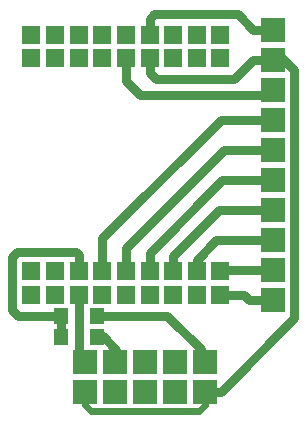
<source format=gtl>
G04 Layer_Physical_Order=1*
G04 Layer_Color=255*
%FSLAX44Y44*%
%MOMM*%
G71*
G01*
G75*
%ADD10R,1.2000X1.4000*%
%ADD11C,0.8000*%
%ADD12C,0.2540*%
%ADD13C,0.6000*%
%ADD14R,1.6000X1.6000*%
%ADD15R,2.0000X2.0000*%
D10*
X818690Y744000D02*
D03*
X788210D02*
D03*
X818690Y726000D02*
D03*
X788210D02*
D03*
D11*
X863450Y981870D02*
Y995450D01*
X867000Y999000D01*
X863450Y949550D02*
Y961870D01*
X951400Y960400D02*
X968000D01*
X867000Y999000D02*
X938000D01*
X951200Y985800D01*
X968000D01*
X843450Y942550D02*
Y961870D01*
X923450Y761870D02*
X943130D01*
X947800Y757200D01*
X968000D01*
X924180Y782600D02*
X968000D01*
X903450Y781870D02*
Y791450D01*
X920000Y808000D01*
X968000D01*
X922400Y833400D02*
X968000D01*
X883450Y794450D02*
X922400Y833400D01*
X883450Y781870D02*
Y794450D01*
X863450Y781870D02*
Y797450D01*
X924800Y858800D01*
X968000D01*
X926200Y884200D02*
X968000D01*
X843450Y801450D02*
X926200Y884200D01*
X843450Y781870D02*
Y801450D01*
X923600Y909600D02*
X968000D01*
X823450Y809450D02*
X923600Y909600D01*
X823450Y781870D02*
Y809450D01*
X843450Y942550D02*
X855000Y931000D01*
X964000D01*
X968000Y935000D01*
X863450Y949550D02*
X869000Y944000D01*
X935000D01*
X951400Y960400D01*
X803450Y706550D02*
Y761870D01*
X823690Y727000D02*
X835400Y715290D01*
X788210Y726000D02*
Y744000D01*
X803450Y781870D02*
Y795550D01*
X801000Y798000D02*
X803450Y795550D01*
X747000Y794000D02*
X751000Y798000D01*
X801000D01*
X747000Y749000D02*
Y794000D01*
Y749000D02*
X752000Y744000D01*
X788210D01*
X906600Y705000D02*
Y715400D01*
X818690Y744000D02*
X878000D01*
X906600Y715400D01*
X976000Y962000D02*
X986000Y952000D01*
X923600Y679600D02*
X986000Y742000D01*
Y952000D01*
X910600Y679600D02*
X923600Y679600D01*
D12*
X809000Y668000D02*
Y679600D01*
X910600Y668600D02*
Y679600D01*
D13*
X809000Y668000D02*
X814000Y663000D01*
X905000D01*
X910600Y668600D01*
D14*
X783450Y761870D02*
D03*
Y781870D02*
D03*
X803450Y781870D02*
D03*
Y761870D02*
D03*
X823450Y781870D02*
D03*
Y761870D02*
D03*
X843450Y781870D02*
D03*
Y761870D02*
D03*
X863450Y781870D02*
D03*
Y761870D02*
D03*
X883450Y781870D02*
D03*
Y761870D02*
D03*
X903450Y781870D02*
D03*
Y761870D02*
D03*
X923450Y781870D02*
D03*
Y761870D02*
D03*
X763450Y781870D02*
D03*
Y761870D02*
D03*
X923450Y961870D02*
D03*
Y981870D02*
D03*
X903450Y961870D02*
D03*
Y981870D02*
D03*
X883450Y961870D02*
D03*
Y981870D02*
D03*
X863450Y961870D02*
D03*
Y981870D02*
D03*
X843450Y961870D02*
D03*
Y981870D02*
D03*
X823450Y961870D02*
D03*
Y981870D02*
D03*
X803450Y961870D02*
D03*
Y981870D02*
D03*
X783450Y961870D02*
D03*
Y981870D02*
D03*
X763450Y981870D02*
D03*
Y961870D02*
D03*
D15*
X968000Y757200D02*
D03*
Y782600D02*
D03*
Y808000D02*
D03*
Y833400D02*
D03*
Y858800D02*
D03*
Y884200D02*
D03*
Y909600D02*
D03*
Y935000D02*
D03*
Y960400D02*
D03*
Y985800D02*
D03*
X910600Y679600D02*
D03*
Y705000D02*
D03*
X885200Y679600D02*
D03*
Y705000D02*
D03*
X859800Y679600D02*
D03*
Y705000D02*
D03*
X834400Y679600D02*
D03*
Y705000D02*
D03*
X809000Y679600D02*
D03*
Y705000D02*
D03*
M02*

</source>
